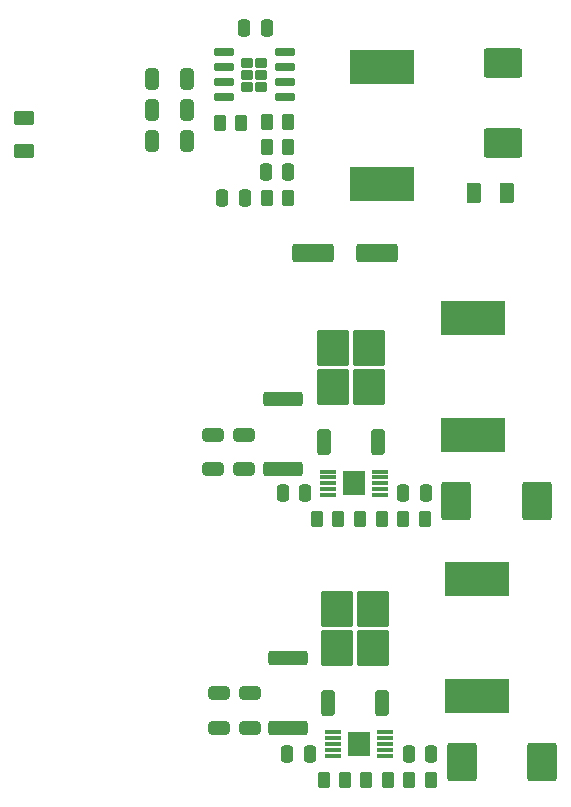
<source format=gtp>
G04 #@! TF.GenerationSoftware,KiCad,Pcbnew,8.0.6*
G04 #@! TF.CreationDate,2025-04-03T20:59:00+02:00*
G04 #@! TF.ProjectId,UV-Lamp,55562d4c-616d-4702-9e6b-696361645f70,v2.0*
G04 #@! TF.SameCoordinates,Original*
G04 #@! TF.FileFunction,Paste,Top*
G04 #@! TF.FilePolarity,Positive*
%FSLAX46Y46*%
G04 Gerber Fmt 4.6, Leading zero omitted, Abs format (unit mm)*
G04 Created by KiCad (PCBNEW 8.0.6) date 2025-04-03 20:59:00*
%MOMM*%
%LPD*%
G01*
G04 APERTURE LIST*
G04 Aperture macros list*
%AMRoundRect*
0 Rectangle with rounded corners*
0 $1 Rounding radius*
0 $2 $3 $4 $5 $6 $7 $8 $9 X,Y pos of 4 corners*
0 Add a 4 corners polygon primitive as box body*
4,1,4,$2,$3,$4,$5,$6,$7,$8,$9,$2,$3,0*
0 Add four circle primitives for the rounded corners*
1,1,$1+$1,$2,$3*
1,1,$1+$1,$4,$5*
1,1,$1+$1,$6,$7*
1,1,$1+$1,$8,$9*
0 Add four rect primitives between the rounded corners*
20,1,$1+$1,$2,$3,$4,$5,0*
20,1,$1+$1,$4,$5,$6,$7,0*
20,1,$1+$1,$6,$7,$8,$9,0*
20,1,$1+$1,$8,$9,$2,$3,0*%
G04 Aperture macros list end*
%ADD10RoundRect,0.250000X0.650000X-0.325000X0.650000X0.325000X-0.650000X0.325000X-0.650000X-0.325000X0*%
%ADD11R,5.400000X2.900000*%
%ADD12RoundRect,0.250000X-0.262500X-0.450000X0.262500X-0.450000X0.262500X0.450000X-0.262500X0.450000X0*%
%ADD13R,1.400000X0.300000*%
%ADD14R,1.880000X2.050000*%
%ADD15RoundRect,0.250000X1.000000X-1.400000X1.000000X1.400000X-1.000000X1.400000X-1.000000X-1.400000X0*%
%ADD16RoundRect,0.250000X0.262500X0.450000X-0.262500X0.450000X-0.262500X-0.450000X0.262500X-0.450000X0*%
%ADD17RoundRect,0.250000X-0.250000X-0.475000X0.250000X-0.475000X0.250000X0.475000X-0.250000X0.475000X0*%
%ADD18RoundRect,0.250000X0.325000X0.650000X-0.325000X0.650000X-0.325000X-0.650000X0.325000X-0.650000X0*%
%ADD19RoundRect,0.250000X0.250000X0.475000X-0.250000X0.475000X-0.250000X-0.475000X0.250000X-0.475000X0*%
%ADD20RoundRect,0.250000X0.350000X-0.850000X0.350000X0.850000X-0.350000X0.850000X-0.350000X-0.850000X0*%
%ADD21RoundRect,0.250000X1.125000X-1.275000X1.125000X1.275000X-1.125000X1.275000X-1.125000X-1.275000X0*%
%ADD22RoundRect,0.250000X-1.400000X-1.000000X1.400000X-1.000000X1.400000X1.000000X-1.400000X1.000000X0*%
%ADD23RoundRect,0.250000X1.500000X0.550000X-1.500000X0.550000X-1.500000X-0.550000X1.500000X-0.550000X0*%
%ADD24RoundRect,0.250000X-0.625000X0.375000X-0.625000X-0.375000X0.625000X-0.375000X0.625000X0.375000X0*%
%ADD25RoundRect,0.250000X-0.375000X-0.625000X0.375000X-0.625000X0.375000X0.625000X-0.375000X0.625000X0*%
%ADD26RoundRect,0.222500X-0.297500X-0.222500X0.297500X-0.222500X0.297500X0.222500X-0.297500X0.222500X0*%
%ADD27RoundRect,0.150000X-0.737500X-0.150000X0.737500X-0.150000X0.737500X0.150000X-0.737500X0.150000X0*%
%ADD28RoundRect,0.250000X1.425000X-0.362500X1.425000X0.362500X-1.425000X0.362500X-1.425000X-0.362500X0*%
G04 APERTURE END LIST*
D10*
X132400000Y-96950000D03*
X132400000Y-94000000D03*
D11*
X144100000Y-62850000D03*
X144100000Y-72750000D03*
D12*
X130375000Y-67600000D03*
X132200000Y-67600000D03*
D13*
X143972500Y-99125000D03*
X143972500Y-98625000D03*
X143972500Y-98125000D03*
X143972500Y-97625000D03*
X143972500Y-97125000D03*
X139572500Y-97125000D03*
X139572500Y-97625000D03*
X139572500Y-98125000D03*
X139572500Y-98625000D03*
X139572500Y-99125000D03*
D14*
X141772500Y-98125000D03*
D15*
X150900000Y-121700000D03*
X157700000Y-121700000D03*
D16*
X147725000Y-101125000D03*
X145900000Y-101125000D03*
D10*
X130300000Y-118850000D03*
X130300000Y-115900000D03*
D17*
X145900000Y-98925000D03*
X147800000Y-98925000D03*
D18*
X127600000Y-69100000D03*
X124650000Y-69100000D03*
D16*
X148225000Y-123200000D03*
X146400000Y-123200000D03*
X140400000Y-101125000D03*
X138575000Y-101125000D03*
D19*
X132500000Y-73950000D03*
X130600000Y-73950000D03*
D20*
X139195000Y-94625000D03*
D21*
X139950000Y-90000000D03*
X143000000Y-90000000D03*
X139950000Y-86650000D03*
X143000000Y-86650000D03*
D20*
X143755000Y-94625000D03*
D11*
X152200000Y-116150000D03*
X152200000Y-106250000D03*
X151800000Y-94050000D03*
X151800000Y-84150000D03*
D22*
X154400000Y-62500000D03*
X154400000Y-69300000D03*
D23*
X143700000Y-78650000D03*
X138300000Y-78650000D03*
D17*
X135722500Y-98925000D03*
X137622500Y-98925000D03*
D24*
X113800000Y-67200000D03*
X113800000Y-70000000D03*
D18*
X127600000Y-63900000D03*
X124650000Y-63900000D03*
D10*
X132900000Y-118850000D03*
X132900000Y-115900000D03*
D25*
X151900000Y-73500000D03*
X154700000Y-73500000D03*
D13*
X144400000Y-121200000D03*
X144400000Y-120700000D03*
X144400000Y-120200000D03*
X144400000Y-119700000D03*
X144400000Y-119200000D03*
X140000000Y-119200000D03*
X140000000Y-119700000D03*
X140000000Y-120200000D03*
X140000000Y-120700000D03*
X140000000Y-121200000D03*
D14*
X142200000Y-120200000D03*
D15*
X150400000Y-99650000D03*
X157200000Y-99650000D03*
D16*
X136200000Y-67550000D03*
X134375000Y-67550000D03*
D26*
X132700000Y-62520000D03*
X132700000Y-63550000D03*
X132700000Y-64580000D03*
X133900000Y-62520000D03*
X133900000Y-63550000D03*
X133900000Y-64580000D03*
D27*
X130737500Y-61645000D03*
X130737500Y-62915000D03*
X130737500Y-64185000D03*
X130737500Y-65455000D03*
X135862500Y-65455000D03*
X135862500Y-64185000D03*
X135862500Y-62915000D03*
X135862500Y-61645000D03*
D20*
X139540000Y-116700000D03*
D21*
X140295000Y-112075000D03*
X143345000Y-112075000D03*
X140295000Y-108725000D03*
X143345000Y-108725000D03*
D20*
X144100000Y-116700000D03*
D16*
X136200000Y-69650000D03*
X134375000Y-69650000D03*
D19*
X136200000Y-71750000D03*
X134300000Y-71750000D03*
D17*
X132450000Y-59550000D03*
X134350000Y-59550000D03*
D16*
X144100000Y-101125000D03*
X142275000Y-101125000D03*
X141000000Y-123200000D03*
X139175000Y-123200000D03*
X136200000Y-73950000D03*
X134375000Y-73950000D03*
D17*
X136100000Y-121000000D03*
X138000000Y-121000000D03*
X146400000Y-121000000D03*
X148300000Y-121000000D03*
D28*
X135772500Y-96887500D03*
X135772500Y-90962500D03*
D10*
X129800000Y-96950000D03*
X129800000Y-94000000D03*
D16*
X144600000Y-123200000D03*
X142775000Y-123200000D03*
D28*
X136200000Y-118825000D03*
X136200000Y-112900000D03*
D18*
X127600000Y-66500000D03*
X124650000Y-66500000D03*
M02*

</source>
